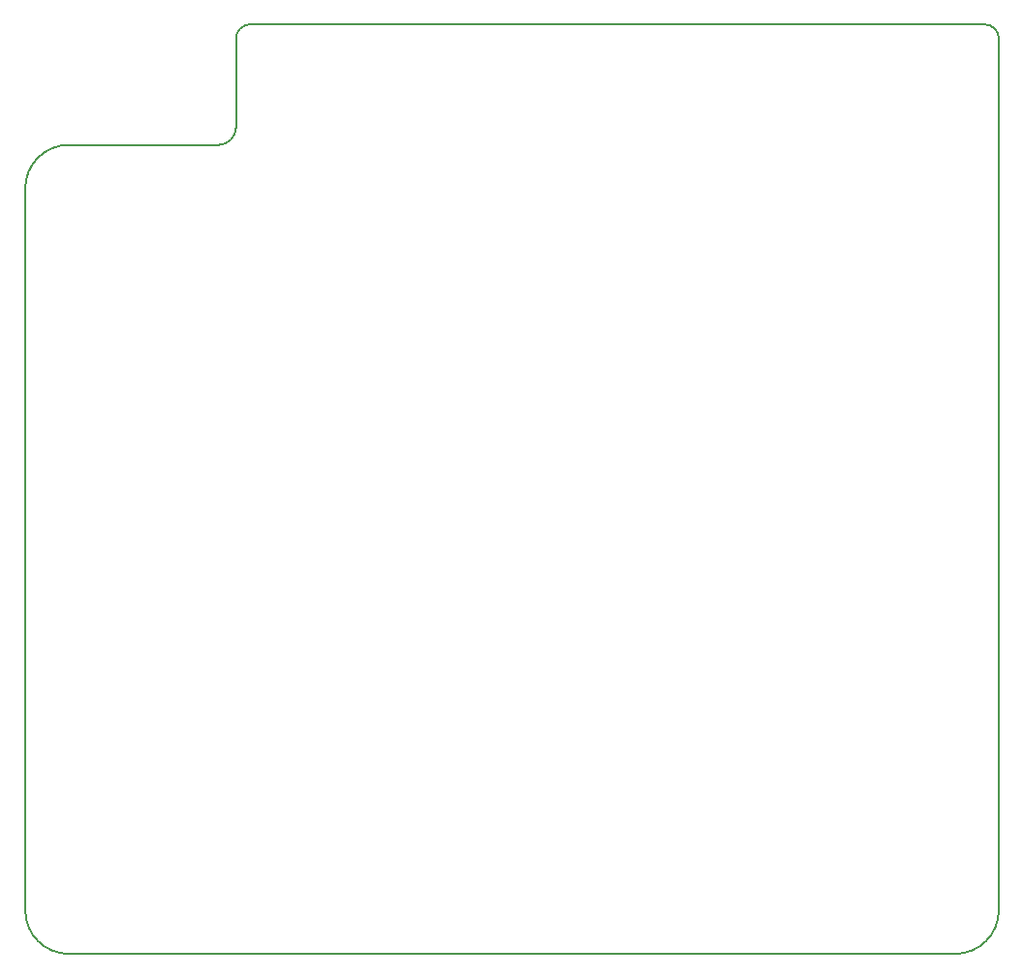
<source format=gbr>
G04 #@! TF.FileFunction,Profile,NP*
%FSLAX46Y46*%
G04 Gerber Fmt 4.6, Leading zero omitted, Abs format (unit mm)*
G04 Created by KiCad (PCBNEW 4.0.7) date 05/09/18 01:25:06*
%MOMM*%
%LPD*%
G01*
G04 APERTURE LIST*
%ADD10C,0.100000*%
%ADD11C,0.150000*%
G04 APERTURE END LIST*
D10*
D11*
X148590000Y-50800000D02*
G75*
G03X147320000Y-52070000I0J-1270000D01*
G01*
X213995000Y-52070000D02*
G75*
G03X212725000Y-50800000I-1270000J0D01*
G01*
X210185000Y-132080000D02*
G75*
G03X213988350Y-128270006I-6650J3809994D01*
G01*
X128905006Y-128276650D02*
G75*
G03X132715000Y-132080000I3809994J6650D01*
G01*
X145796000Y-61341000D02*
G75*
G03X147320000Y-59817000I0J1524000D01*
G01*
X132708350Y-61341006D02*
G75*
G03X128905000Y-65151000I6650J-3809994D01*
G01*
X145796000Y-61341000D02*
X132700000Y-61341000D01*
X147320000Y-52070000D02*
X147320000Y-59817000D01*
X128905000Y-65151000D02*
X128905000Y-128276650D01*
X212725000Y-50800000D02*
X148590000Y-50800000D01*
X213995000Y-128270000D02*
X213995000Y-52070000D01*
X132715000Y-132080000D02*
X210185000Y-132080000D01*
M02*

</source>
